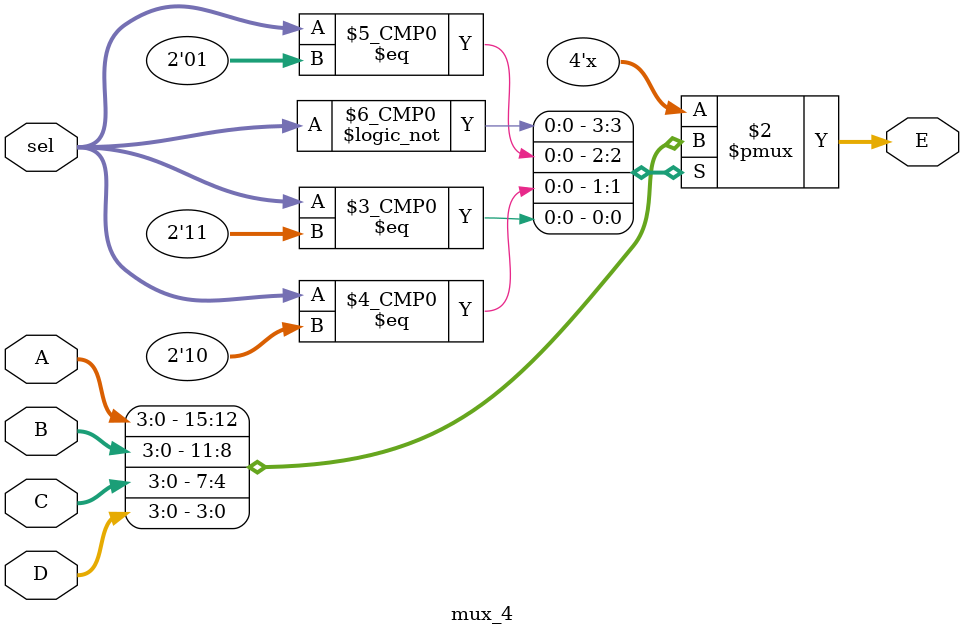
<source format=sv>
module mux_4 #(parameter N = 4) (input logic [N-1:0] A, B, C, D,
													input logic [1:0] sel,
													output logic [N-1:0] E);

	always_comb
		case(sel)
		
			// 27-bit unsigned immediate
			2'b00: E = A;
			
			// 01 case:
			2'b01: E = B;
			
			// 01 case:
			2'b10: E = C;
			
			// 11 case:
			2'b11: E = D;
			
			//default: E = 32'bx; // undefined
			
		endcase
	
endmodule
</source>
